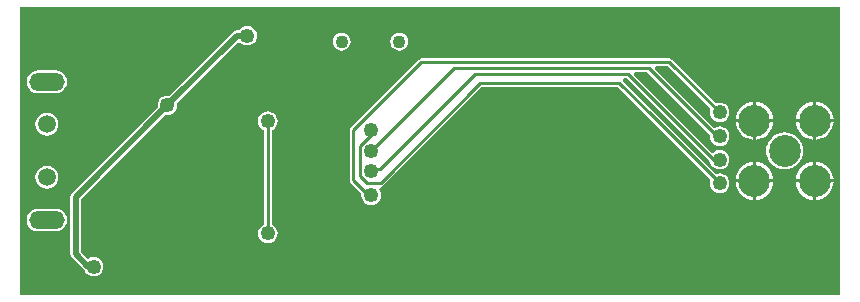
<source format=gbl>
G04 Layer_Physical_Order=2*
G04 Layer_Color=16711680*
%FSLAX42Y42*%
%MOMM*%
G71*
G01*
G75*
%ADD28C,0.25*%
%ADD29C,0.50*%
%ADD31C,2.70*%
%ADD32C,1.10*%
%ADD33C,1.50*%
%ADD34O,3.00X1.50*%
%ADD35C,1.25*%
G36*
X6969Y31D02*
X31D01*
Y2469D01*
X6969D01*
Y31D01*
D02*
G37*
%LPC*%
G36*
X6258Y1155D02*
Y1008D01*
X6405D01*
X6403Y1026D01*
X6394Y1057D01*
X6379Y1085D01*
X6359Y1109D01*
X6335Y1129D01*
X6307Y1144D01*
X6276Y1153D01*
X6258Y1155D01*
D02*
G37*
G36*
X6232D02*
X6214Y1153D01*
X6183Y1144D01*
X6155Y1129D01*
X6131Y1109D01*
X6111Y1085D01*
X6096Y1057D01*
X6087Y1026D01*
X6085Y1008D01*
X6232D01*
Y1155D01*
D02*
G37*
G36*
X254Y1121D02*
X229Y1118D01*
X206Y1108D01*
X186Y1093D01*
X171Y1073D01*
X161Y1050D01*
X158Y1025D01*
X161Y1000D01*
X171Y977D01*
X186Y957D01*
X206Y942D01*
X229Y932D01*
X254Y929D01*
X279Y932D01*
X302Y942D01*
X322Y957D01*
X337Y977D01*
X347Y1000D01*
X350Y1025D01*
X347Y1050D01*
X337Y1073D01*
X322Y1093D01*
X302Y1108D01*
X279Y1118D01*
X254Y1121D01*
D02*
G37*
G36*
X6500Y1406D02*
X6470Y1403D01*
X6440Y1394D01*
X6413Y1380D01*
X6390Y1360D01*
X6370Y1337D01*
X6356Y1310D01*
X6347Y1280D01*
X6344Y1250D01*
X6347Y1220D01*
X6356Y1190D01*
X6370Y1163D01*
X6390Y1140D01*
X6413Y1120D01*
X6440Y1106D01*
X6470Y1097D01*
X6500Y1094D01*
X6530Y1097D01*
X6560Y1106D01*
X6587Y1120D01*
X6610Y1140D01*
X6630Y1163D01*
X6644Y1190D01*
X6653Y1220D01*
X6656Y1250D01*
X6653Y1280D01*
X6644Y1310D01*
X6630Y1337D01*
X6610Y1360D01*
X6587Y1380D01*
X6560Y1394D01*
X6530Y1403D01*
X6500Y1406D01*
D02*
G37*
G36*
X6768Y1155D02*
Y1008D01*
X6915D01*
X6913Y1026D01*
X6904Y1057D01*
X6889Y1085D01*
X6869Y1109D01*
X6845Y1129D01*
X6817Y1144D01*
X6786Y1153D01*
X6768Y1155D01*
D02*
G37*
G36*
X6742D02*
X6724Y1153D01*
X6693Y1144D01*
X6665Y1129D01*
X6641Y1109D01*
X6621Y1085D01*
X6606Y1057D01*
X6597Y1026D01*
X6595Y1008D01*
X6742D01*
Y1155D01*
D02*
G37*
G36*
X6232Y982D02*
X6085D01*
X6087Y964D01*
X6096Y933D01*
X6111Y905D01*
X6131Y881D01*
X6155Y861D01*
X6183Y846D01*
X6214Y837D01*
X6232Y835D01*
Y982D01*
D02*
G37*
G36*
X329Y761D02*
X179D01*
X154Y758D01*
X131Y748D01*
X111Y733D01*
X96Y713D01*
X86Y690D01*
X83Y665D01*
X86Y640D01*
X96Y617D01*
X111Y597D01*
X131Y582D01*
X154Y572D01*
X179Y569D01*
X329D01*
X354Y572D01*
X377Y582D01*
X397Y597D01*
X412Y617D01*
X422Y640D01*
X425Y665D01*
X422Y690D01*
X412Y713D01*
X397Y733D01*
X377Y748D01*
X354Y758D01*
X329Y761D01*
D02*
G37*
G36*
X2125Y1583D02*
X2103Y1580D01*
X2083Y1572D01*
X2066Y1559D01*
X2053Y1542D01*
X2045Y1522D01*
X2042Y1500D01*
X2045Y1478D01*
X2053Y1458D01*
X2066Y1441D01*
X2083Y1428D01*
X2092Y1424D01*
Y626D01*
X2083Y622D01*
X2066Y609D01*
X2053Y592D01*
X2045Y572D01*
X2042Y550D01*
X2045Y528D01*
X2053Y508D01*
X2066Y491D01*
X2083Y478D01*
X2103Y470D01*
X2125Y467D01*
X2147Y470D01*
X2167Y478D01*
X2184Y491D01*
X2197Y508D01*
X2205Y528D01*
X2208Y550D01*
X2205Y572D01*
X2197Y592D01*
X2184Y609D01*
X2167Y622D01*
X2158Y626D01*
Y1424D01*
X2167Y1428D01*
X2184Y1441D01*
X2197Y1458D01*
X2205Y1478D01*
X2208Y1500D01*
X2205Y1522D01*
X2197Y1542D01*
X2184Y1559D01*
X2167Y1572D01*
X2147Y1580D01*
X2125Y1583D01*
D02*
G37*
G36*
X6915Y982D02*
X6768D01*
Y835D01*
X6786Y837D01*
X6817Y846D01*
X6845Y861D01*
X6869Y881D01*
X6889Y905D01*
X6904Y933D01*
X6913Y964D01*
X6915Y982D01*
D02*
G37*
G36*
X6742D02*
X6595D01*
X6597Y964D01*
X6606Y933D01*
X6621Y905D01*
X6641Y881D01*
X6665Y861D01*
X6693Y846D01*
X6724Y837D01*
X6742Y835D01*
Y982D01*
D02*
G37*
G36*
X6405D02*
X6258D01*
Y835D01*
X6276Y837D01*
X6307Y846D01*
X6335Y861D01*
X6359Y881D01*
X6379Y905D01*
X6394Y933D01*
X6403Y964D01*
X6405Y982D01*
D02*
G37*
G36*
X6232Y1492D02*
X6085D01*
X6087Y1474D01*
X6096Y1443D01*
X6111Y1415D01*
X6131Y1391D01*
X6155Y1371D01*
X6183Y1356D01*
X6214Y1347D01*
X6232Y1345D01*
Y1492D01*
D02*
G37*
G36*
X329Y1931D02*
X179D01*
X154Y1928D01*
X131Y1918D01*
X111Y1903D01*
X96Y1883D01*
X86Y1860D01*
X83Y1835D01*
X86Y1810D01*
X96Y1787D01*
X111Y1767D01*
X131Y1752D01*
X154Y1742D01*
X179Y1739D01*
X329D01*
X354Y1742D01*
X377Y1752D01*
X397Y1767D01*
X412Y1787D01*
X422Y1810D01*
X425Y1835D01*
X422Y1860D01*
X412Y1883D01*
X397Y1903D01*
X377Y1918D01*
X354Y1928D01*
X329Y1931D01*
D02*
G37*
G36*
X6768Y1665D02*
Y1518D01*
X6915D01*
X6913Y1536D01*
X6904Y1567D01*
X6889Y1595D01*
X6869Y1619D01*
X6845Y1639D01*
X6817Y1654D01*
X6786Y1663D01*
X6768Y1665D01*
D02*
G37*
G36*
X6742D02*
X6724Y1663D01*
X6693Y1654D01*
X6665Y1639D01*
X6641Y1619D01*
X6621Y1595D01*
X6606Y1567D01*
X6597Y1536D01*
X6595Y1518D01*
X6742D01*
Y1665D01*
D02*
G37*
G36*
X1950Y2308D02*
X1928Y2305D01*
X1908Y2297D01*
X1891Y2284D01*
X1881Y2271D01*
X1866D01*
X1848Y2267D01*
X1833Y2257D01*
X1291Y1716D01*
X1275Y1718D01*
X1253Y1715D01*
X1233Y1707D01*
X1216Y1693D01*
X1203Y1676D01*
X1195Y1656D01*
X1192Y1634D01*
X1194Y1618D01*
X468Y892D01*
X458Y877D01*
X454Y860D01*
Y375D01*
X458Y357D01*
X468Y343D01*
X573Y238D01*
X575Y236D01*
X578Y228D01*
X591Y211D01*
X608Y198D01*
X628Y190D01*
X650Y187D01*
X672Y190D01*
X692Y198D01*
X709Y211D01*
X722Y228D01*
X730Y248D01*
X733Y270D01*
X730Y292D01*
X722Y312D01*
X709Y329D01*
X692Y342D01*
X672Y350D01*
X650Y353D01*
X628Y350D01*
X608Y342D01*
X602Y337D01*
X546Y394D01*
Y840D01*
X1259Y1553D01*
X1275Y1551D01*
X1297Y1554D01*
X1317Y1562D01*
X1334Y1576D01*
X1347Y1593D01*
X1355Y1613D01*
X1358Y1634D01*
X1356Y1651D01*
X1873Y2167D01*
X1891Y2166D01*
X1908Y2153D01*
X1928Y2145D01*
X1950Y2142D01*
X1972Y2145D01*
X1992Y2153D01*
X2009Y2166D01*
X2022Y2183D01*
X2030Y2203D01*
X2033Y2225D01*
X2030Y2247D01*
X2022Y2267D01*
X2009Y2284D01*
X1992Y2297D01*
X1972Y2305D01*
X1950Y2308D01*
D02*
G37*
G36*
X3238Y2251D02*
X3218Y2248D01*
X3200Y2241D01*
X3185Y2228D01*
X3172Y2213D01*
X3165Y2195D01*
X3162Y2175D01*
X3165Y2155D01*
X3172Y2137D01*
X3185Y2122D01*
X3200Y2109D01*
X3218Y2102D01*
X3238Y2099D01*
X3258Y2102D01*
X3276Y2109D01*
X3291Y2122D01*
X3304Y2137D01*
X3311Y2155D01*
X3314Y2175D01*
X3311Y2195D01*
X3304Y2213D01*
X3291Y2228D01*
X3276Y2241D01*
X3258Y2248D01*
X3238Y2251D01*
D02*
G37*
G36*
X2750D02*
X2730Y2248D01*
X2712Y2241D01*
X2697Y2228D01*
X2684Y2213D01*
X2677Y2195D01*
X2674Y2175D01*
X2677Y2155D01*
X2684Y2137D01*
X2697Y2122D01*
X2712Y2109D01*
X2730Y2102D01*
X2750Y2099D01*
X2770Y2102D01*
X2788Y2109D01*
X2803Y2122D01*
X2816Y2137D01*
X2823Y2155D01*
X2826Y2175D01*
X2823Y2195D01*
X2816Y2213D01*
X2803Y2228D01*
X2788Y2241D01*
X2770Y2248D01*
X2750Y2251D01*
D02*
G37*
G36*
X6258Y1665D02*
Y1518D01*
X6405D01*
X6403Y1536D01*
X6394Y1567D01*
X6379Y1595D01*
X6359Y1619D01*
X6335Y1639D01*
X6307Y1654D01*
X6276Y1663D01*
X6258Y1665D01*
D02*
G37*
G36*
X6915Y1492D02*
X6768D01*
Y1345D01*
X6786Y1347D01*
X6817Y1356D01*
X6845Y1371D01*
X6869Y1391D01*
X6889Y1415D01*
X6904Y1443D01*
X6913Y1474D01*
X6915Y1492D01*
D02*
G37*
G36*
X6742D02*
X6595D01*
X6597Y1474D01*
X6606Y1443D01*
X6621Y1415D01*
X6641Y1391D01*
X6665Y1371D01*
X6693Y1356D01*
X6724Y1347D01*
X6742Y1345D01*
Y1492D01*
D02*
G37*
G36*
X6405D02*
X6258D01*
Y1345D01*
X6276Y1347D01*
X6307Y1356D01*
X6335Y1371D01*
X6359Y1391D01*
X6379Y1415D01*
X6394Y1443D01*
X6403Y1474D01*
X6405Y1492D01*
D02*
G37*
G36*
X6232Y1665D02*
X6214Y1663D01*
X6183Y1654D01*
X6155Y1639D01*
X6131Y1619D01*
X6111Y1595D01*
X6096Y1567D01*
X6087Y1536D01*
X6085Y1518D01*
X6232D01*
Y1665D01*
D02*
G37*
G36*
X5525Y2033D02*
X3425D01*
X3412Y2031D01*
X3402Y2023D01*
X2827Y1448D01*
X2819Y1438D01*
X2817Y1425D01*
Y1000D01*
X2819Y987D01*
X2827Y977D01*
X2918Y885D01*
X2917Y875D01*
X2920Y853D01*
X2928Y833D01*
X2941Y816D01*
X2958Y803D01*
X2978Y795D01*
X3000Y792D01*
X3022Y795D01*
X3042Y803D01*
X3059Y816D01*
X3072Y833D01*
X3080Y853D01*
X3083Y875D01*
X3080Y897D01*
X3072Y917D01*
X3068Y922D01*
X3080Y947D01*
X3093Y949D01*
X3103Y957D01*
X3939Y1792D01*
X5086D01*
X5352Y1527D01*
X5352Y1527D01*
X5873Y1005D01*
X5870Y997D01*
X5867Y975D01*
X5870Y953D01*
X5878Y933D01*
X5891Y916D01*
X5908Y903D01*
X5928Y895D01*
X5950Y892D01*
X5972Y895D01*
X5992Y903D01*
X6009Y916D01*
X6022Y933D01*
X6030Y953D01*
X6033Y975D01*
X6030Y997D01*
X6022Y1017D01*
X6009Y1034D01*
X5992Y1047D01*
X5972Y1055D01*
X5950Y1058D01*
X5928Y1055D01*
X5920Y1052D01*
X5398Y1573D01*
X5131Y1841D01*
X5139Y1863D01*
X5162Y1866D01*
X5869Y1159D01*
X5870Y1153D01*
X5878Y1133D01*
X5891Y1116D01*
X5908Y1103D01*
X5928Y1095D01*
X5950Y1092D01*
X5972Y1095D01*
X5992Y1103D01*
X6009Y1116D01*
X6022Y1133D01*
X6030Y1153D01*
X6033Y1175D01*
X6030Y1197D01*
X6022Y1217D01*
X6009Y1234D01*
X5992Y1247D01*
X5972Y1255D01*
X5950Y1258D01*
X5928Y1255D01*
X5908Y1247D01*
X5891Y1234D01*
X5888Y1234D01*
X5228Y1894D01*
X5238Y1917D01*
X5336D01*
X5868Y1385D01*
X5867Y1375D01*
X5870Y1353D01*
X5878Y1333D01*
X5891Y1316D01*
X5908Y1303D01*
X5928Y1295D01*
X5950Y1292D01*
X5972Y1295D01*
X5992Y1303D01*
X6009Y1316D01*
X6022Y1333D01*
X6030Y1353D01*
X6033Y1375D01*
X6030Y1397D01*
X6022Y1417D01*
X6009Y1434D01*
X5992Y1447D01*
X5972Y1455D01*
X5950Y1458D01*
X5928Y1455D01*
X5908Y1447D01*
X5904Y1443D01*
X5403Y1944D01*
X5413Y1967D01*
X5511D01*
X5873Y1605D01*
X5870Y1597D01*
X5867Y1575D01*
X5870Y1553D01*
X5878Y1533D01*
X5891Y1516D01*
X5908Y1503D01*
X5928Y1495D01*
X5950Y1492D01*
X5972Y1495D01*
X5992Y1503D01*
X6009Y1516D01*
X6022Y1533D01*
X6030Y1553D01*
X6033Y1575D01*
X6030Y1597D01*
X6022Y1617D01*
X6009Y1634D01*
X5992Y1647D01*
X5972Y1655D01*
X5950Y1658D01*
X5928Y1655D01*
X5920Y1652D01*
X5548Y2023D01*
X5538Y2031D01*
X5536Y2031D01*
X5525Y2033D01*
D02*
G37*
G36*
X254Y1571D02*
X229Y1568D01*
X206Y1558D01*
X186Y1543D01*
X171Y1523D01*
X161Y1500D01*
X158Y1475D01*
X161Y1450D01*
X171Y1427D01*
X186Y1407D01*
X206Y1392D01*
X229Y1382D01*
X254Y1379D01*
X279Y1382D01*
X302Y1392D01*
X322Y1407D01*
X337Y1427D01*
X347Y1450D01*
X350Y1475D01*
X347Y1500D01*
X337Y1523D01*
X322Y1543D01*
X302Y1558D01*
X279Y1568D01*
X254Y1571D01*
D02*
G37*
%LPD*%
D28*
X3000Y1125D02*
X3025Y1100D01*
X3075D02*
X3875Y1900D01*
X3025Y1100D02*
X3075D01*
X3080Y980D02*
X3925Y1825D01*
X2905Y1036D02*
Y1289D01*
X2961Y980D02*
X3080D01*
X2905Y1036D02*
X2961Y980D01*
X3000Y1075D02*
Y1125D01*
X2905Y1289D02*
X3000Y1384D01*
Y1425D01*
X5100Y1825D02*
X5375Y1550D01*
X3925Y1825D02*
X5100D01*
X5175Y1900D02*
X5900Y1175D01*
X3875Y1900D02*
X5175D01*
X5350Y1950D02*
X5925Y1375D01*
X3700Y1950D02*
X5350D01*
X3000Y1250D02*
X3700Y1950D01*
X5525Y2000D02*
X5950Y1575D01*
X3425Y2000D02*
X5525D01*
X2850Y1425D02*
X3425Y2000D01*
X5375Y1550D02*
X5950Y975D01*
X5375Y1550D02*
X5375D01*
X5900Y1175D02*
X5950D01*
X5925Y1375D02*
X5950D01*
X2975Y875D02*
X3000D01*
X2850Y1000D02*
X2975Y875D01*
X2850Y1000D02*
Y1425D01*
X2125Y550D02*
Y1500D01*
D29*
X605Y270D02*
X650D01*
X500Y375D02*
X605Y270D01*
X500Y375D02*
Y860D01*
X1275Y1634D01*
X1866Y2225D02*
X1950D01*
X1275Y1634D02*
X1866Y2225D01*
D31*
X6755Y995D02*
D03*
X6245Y1505D02*
D03*
X6755D02*
D03*
X6245Y995D02*
D03*
X6500Y1250D02*
D03*
D32*
X3238Y2175D02*
D03*
X2750D02*
D03*
D33*
X254Y1025D02*
D03*
Y1475D02*
D03*
D34*
Y665D02*
D03*
Y1835D02*
D03*
D35*
X1640Y1670D02*
D03*
X2650Y1190D02*
D03*
X650Y525D02*
D03*
X800Y875D02*
D03*
X2250Y1275D02*
D03*
X1900D02*
D03*
X3500Y2100D02*
D03*
X2450Y2000D02*
D03*
X5100Y350D02*
D03*
Y650D02*
D03*
X2600Y2000D02*
D03*
X3400Y2300D02*
D03*
X3200Y2000D02*
D03*
X3000D02*
D03*
X2800D02*
D03*
X3100Y2100D02*
D03*
X2900D02*
D03*
X3200Y700D02*
D03*
Y900D02*
D03*
Y500D02*
D03*
X2550Y100D02*
D03*
X2100D02*
D03*
X500D02*
D03*
X200D02*
D03*
Y400D02*
D03*
Y2100D02*
D03*
X500D02*
D03*
X800D02*
D03*
Y2300D02*
D03*
X500D02*
D03*
X200D02*
D03*
X6500Y350D02*
D03*
X6750Y450D02*
D03*
X6900Y700D02*
D03*
Y550D02*
D03*
X4150Y2250D02*
D03*
X4400D02*
D03*
X4650D02*
D03*
X4900D02*
D03*
X5150D02*
D03*
X5400D02*
D03*
X5650D02*
D03*
X5900D02*
D03*
Y2000D02*
D03*
X6150Y2250D02*
D03*
X6400D02*
D03*
X6650D02*
D03*
X6900D02*
D03*
Y2000D02*
D03*
X6650D02*
D03*
X6400D02*
D03*
X6150D02*
D03*
X6900Y1750D02*
D03*
X6650D02*
D03*
X6400D02*
D03*
X6150D02*
D03*
X5200Y750D02*
D03*
Y450D02*
D03*
Y600D02*
D03*
Y300D02*
D03*
X5600Y400D02*
D03*
Y750D02*
D03*
X6600Y700D02*
D03*
X6500Y550D02*
D03*
X6350Y450D02*
D03*
X6200Y400D02*
D03*
X6050D02*
D03*
X5900D02*
D03*
X5750D02*
D03*
X6200Y750D02*
D03*
X6050D02*
D03*
X5900D02*
D03*
X5750D02*
D03*
X6900Y200D02*
D03*
X6600D02*
D03*
X6300D02*
D03*
X6000D02*
D03*
X5700D02*
D03*
X3200Y100D02*
D03*
X3400Y200D02*
D03*
X5400D02*
D03*
X5100D02*
D03*
X4700D02*
D03*
X4300D02*
D03*
X3900D02*
D03*
X5100Y500D02*
D03*
X4700D02*
D03*
X4300D02*
D03*
X3900D02*
D03*
X5100Y800D02*
D03*
X4700D02*
D03*
X4300D02*
D03*
X3900D02*
D03*
X5100Y1100D02*
D03*
X4700D02*
D03*
X4300D02*
D03*
X3900D02*
D03*
X5100Y1400D02*
D03*
X4700D02*
D03*
X4300D02*
D03*
X3900D02*
D03*
X2700Y1675D02*
D03*
X1475Y1000D02*
D03*
X3000Y1075D02*
D03*
Y1425D02*
D03*
X1275Y1634D02*
D03*
X1950Y2225D02*
D03*
X3000Y875D02*
D03*
Y1250D02*
D03*
X5950Y975D02*
D03*
Y1175D02*
D03*
Y1375D02*
D03*
Y1575D02*
D03*
X650Y270D02*
D03*
X2125Y550D02*
D03*
Y1500D02*
D03*
M02*

</source>
